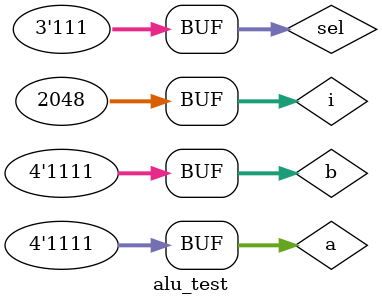
<source format=v>
module alu_test;
wire [3:0]out;
reg [3:0]a,b;
reg [2:0]sel;
integer i;
alu first(a,b,sel,out);
initial begin
for(i=0;i<2048;i=i+1+0)
begin
{sel,a,b}=i;
#10;
end
end
endmodule

</source>
